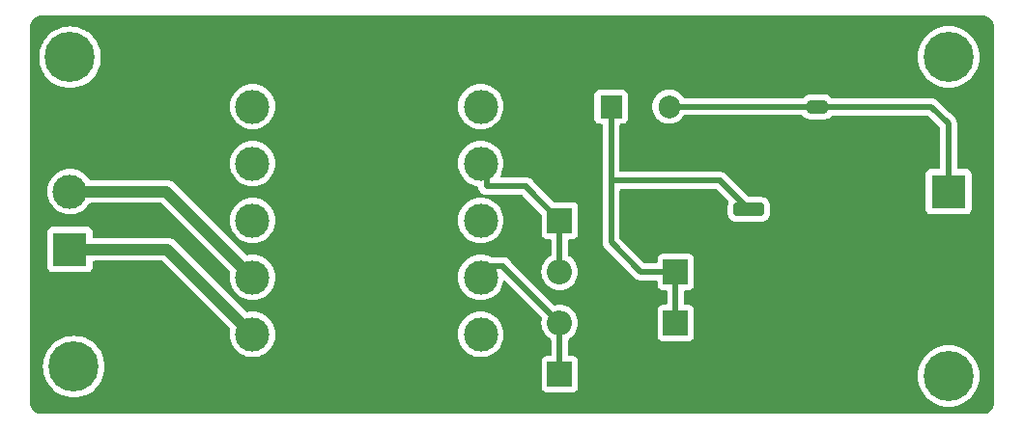
<source format=gbr>
%TF.GenerationSoftware,KiCad,Pcbnew,8.0.7*%
%TF.CreationDate,2025-08-07T00:01:01+05:30*%
%TF.ProjectId,Power_Supply,506f7765-725f-4537-9570-706c792e6b69,rev?*%
%TF.SameCoordinates,Original*%
%TF.FileFunction,Copper,L1,Top*%
%TF.FilePolarity,Positive*%
%FSLAX46Y46*%
G04 Gerber Fmt 4.6, Leading zero omitted, Abs format (unit mm)*
G04 Created by KiCad (PCBNEW 8.0.7) date 2025-08-07 00:01:01*
%MOMM*%
%LPD*%
G01*
G04 APERTURE LIST*
G04 Aperture macros list*
%AMRoundRect*
0 Rectangle with rounded corners*
0 $1 Rounding radius*
0 $2 $3 $4 $5 $6 $7 $8 $9 X,Y pos of 4 corners*
0 Add a 4 corners polygon primitive as box body*
4,1,4,$2,$3,$4,$5,$6,$7,$8,$9,$2,$3,0*
0 Add four circle primitives for the rounded corners*
1,1,$1+$1,$2,$3*
1,1,$1+$1,$4,$5*
1,1,$1+$1,$6,$7*
1,1,$1+$1,$8,$9*
0 Add four rect primitives between the rounded corners*
20,1,$1+$1,$2,$3,$4,$5,0*
20,1,$1+$1,$4,$5,$6,$7,0*
20,1,$1+$1,$6,$7,$8,$9,0*
20,1,$1+$1,$8,$9,$2,$3,0*%
G04 Aperture macros list end*
%TA.AperFunction,ComponentPad*%
%ADD10C,0.700000*%
%TD*%
%TA.AperFunction,ComponentPad*%
%ADD11C,4.400000*%
%TD*%
%TA.AperFunction,ComponentPad*%
%ADD12R,1.905000X2.000000*%
%TD*%
%TA.AperFunction,ComponentPad*%
%ADD13O,1.905000X2.000000*%
%TD*%
%TA.AperFunction,ComponentPad*%
%ADD14C,3.000000*%
%TD*%
%TA.AperFunction,ComponentPad*%
%ADD15R,3.000000X3.000000*%
%TD*%
%TA.AperFunction,ComponentPad*%
%ADD16R,2.200000X2.200000*%
%TD*%
%TA.AperFunction,ComponentPad*%
%ADD17O,2.200000X2.200000*%
%TD*%
%TA.AperFunction,SMDPad,CuDef*%
%ADD18RoundRect,0.250000X-0.650000X0.325000X-0.650000X-0.325000X0.650000X-0.325000X0.650000X0.325000X0*%
%TD*%
%TA.AperFunction,SMDPad,CuDef*%
%ADD19RoundRect,0.250000X-1.100000X0.325000X-1.100000X-0.325000X1.100000X-0.325000X1.100000X0.325000X0*%
%TD*%
%TA.AperFunction,Conductor*%
%ADD20C,0.500000*%
%TD*%
%TA.AperFunction,Conductor*%
%ADD21C,1.000000*%
%TD*%
G04 APERTURE END LIST*
D10*
%TO.P,H4,1,1*%
%TO.N,unconnected-(H4-Pad1)*%
X182150000Y-97166726D03*
%TO.N,unconnected-(H4-Pad1)_3*%
X181666726Y-98333452D03*
%TO.N,unconnected-(H4-Pad1)_2*%
X181666726Y-96000000D03*
%TO.N,unconnected-(H4-Pad1)_1*%
X180500000Y-98816726D03*
D11*
%TO.N,unconnected-(H4-Pad1)_4*%
X180500000Y-97166726D03*
D10*
%TO.N,unconnected-(H4-Pad1)_7*%
X180500000Y-95516726D03*
%TO.N,unconnected-(H4-Pad1)_6*%
X179333274Y-98333452D03*
%TO.N,unconnected-(H4-Pad1)_5*%
X179333274Y-96000000D03*
%TO.N,unconnected-(H4-Pad1)_8*%
X178850000Y-97166726D03*
%TD*%
%TO.P,H3,1,1*%
%TO.N,unconnected-(H3-Pad1)_4*%
X105483274Y-96333274D03*
%TO.N,unconnected-(H3-Pad1)_2*%
X105000000Y-97500000D03*
%TO.N,unconnected-(H3-Pad1)_7*%
X105000000Y-95166548D03*
%TO.N,unconnected-(H3-Pad1)_8*%
X103833274Y-97983274D03*
D11*
%TO.N,unconnected-(H3-Pad1)_6*%
X103833274Y-96333274D03*
D10*
%TO.N,unconnected-(H3-Pad1)_5*%
X103833274Y-94683274D03*
%TO.N,unconnected-(H3-Pad1)_3*%
X102666548Y-97500000D03*
%TO.N,unconnected-(H3-Pad1)_1*%
X102666548Y-95166548D03*
%TO.N,unconnected-(H3-Pad1)*%
X102183274Y-96333274D03*
%TD*%
%TO.P,H2,1,1*%
%TO.N,unconnected-(H2-Pad1)_6*%
X182150000Y-69150000D03*
%TO.N,unconnected-(H2-Pad1)*%
X181666726Y-70316726D03*
%TO.N,unconnected-(H2-Pad1)_2*%
X181666726Y-67983274D03*
%TO.N,unconnected-(H2-Pad1)_8*%
X180500000Y-70800000D03*
D11*
%TO.N,unconnected-(H2-Pad1)_3*%
X180500000Y-69150000D03*
D10*
%TO.N,unconnected-(H2-Pad1)_7*%
X180500000Y-67500000D03*
%TO.N,unconnected-(H2-Pad1)_5*%
X179333274Y-70316726D03*
%TO.N,unconnected-(H2-Pad1)_1*%
X179333274Y-67983274D03*
%TO.N,unconnected-(H2-Pad1)_4*%
X178850000Y-69150000D03*
%TD*%
%TO.P,H1,1,1*%
%TO.N,unconnected-(H1-Pad1)_6*%
X105150000Y-69166726D03*
%TO.N,unconnected-(H1-Pad1)_1*%
X104666726Y-70333452D03*
%TO.N,unconnected-(H1-Pad1)_5*%
X104666726Y-68000000D03*
%TO.N,unconnected-(H1-Pad1)_8*%
X103500000Y-70816726D03*
D11*
%TO.N,unconnected-(H1-Pad1)_4*%
X103500000Y-69166726D03*
D10*
%TO.N,unconnected-(H1-Pad1)*%
X103500000Y-67516726D03*
%TO.N,unconnected-(H1-Pad1)_7*%
X102333274Y-70333452D03*
%TO.N,unconnected-(H1-Pad1)_3*%
X102333274Y-68000000D03*
%TO.N,unconnected-(H1-Pad1)_2*%
X101850000Y-69166726D03*
%TD*%
D12*
%TO.P,U1,1,VI*%
%TO.N,Net-(D3-K)*%
X150920000Y-73500000D03*
D13*
%TO.P,U1,2,GND*%
%TO.N,GND*%
X153460000Y-73500000D03*
%TO.P,U1,3,VO*%
%TO.N,OUTPUT*%
X156000000Y-73500000D03*
%TD*%
D14*
%TO.P,T1,10*%
%TO.N,N/C*%
X139500000Y-93500000D03*
%TO.P,T1,9,SA*%
%TO.N,Net-(D2-K)*%
X139500000Y-88500000D03*
%TO.P,T1,8*%
%TO.N,N/C*%
X139500000Y-83500000D03*
%TO.P,T1,7,SB*%
%TO.N,Net-(D1-K)*%
X139500000Y-78500000D03*
%TO.P,T1,6*%
%TO.N,N/C*%
X139500000Y-73500000D03*
%TO.P,T1,5*%
X119500000Y-73500000D03*
%TO.P,T1,4*%
X119500000Y-78500000D03*
%TO.P,T1,3*%
X119500000Y-83500000D03*
%TO.P,T1,2,AB*%
%TO.N,Net-(J1-Pin_2)*%
X119500000Y-88500000D03*
%TO.P,T1,1,AA*%
%TO.N,INPUT*%
X119500000Y-93500000D03*
%TD*%
%TO.P,J2,2,Pin_2*%
%TO.N,GND*%
X180500000Y-86040000D03*
D15*
%TO.P,J2,1,Pin_1*%
%TO.N,OUTPUT*%
X180500000Y-80960000D03*
%TD*%
D14*
%TO.P,J1,2,Pin_2*%
%TO.N,Net-(J1-Pin_2)*%
X103500000Y-80960000D03*
D15*
%TO.P,J1,1,Pin_1*%
%TO.N,INPUT*%
X103500000Y-86040000D03*
%TD*%
D16*
%TO.P,D4,1,K*%
%TO.N,Net-(D3-K)*%
X156580000Y-92500000D03*
D17*
%TO.P,D4,2,A*%
%TO.N,Net-(D2-K)*%
X146420000Y-92500000D03*
%TD*%
D16*
%TO.P,D3,1,K*%
%TO.N,Net-(D3-K)*%
X156580000Y-88000000D03*
D17*
%TO.P,D3,2,A*%
%TO.N,Net-(D1-K)*%
X146420000Y-88000000D03*
%TD*%
D16*
%TO.P,D2,1,K*%
%TO.N,Net-(D2-K)*%
X146420000Y-97000000D03*
D17*
%TO.P,D2,2,A*%
%TO.N,GND*%
X156580000Y-97000000D03*
%TD*%
D16*
%TO.P,D1,1,K*%
%TO.N,Net-(D1-K)*%
X146420000Y-83500000D03*
D17*
%TO.P,D1,2,A*%
%TO.N,GND*%
X156580000Y-83500000D03*
%TD*%
D18*
%TO.P,C2,1*%
%TO.N,OUTPUT*%
X169000000Y-73525000D03*
%TO.P,C2,2*%
%TO.N,GND*%
X169000000Y-76475000D03*
%TD*%
D19*
%TO.P,C1,2*%
%TO.N,GND*%
X163000000Y-85475000D03*
%TO.P,C1,1*%
%TO.N,Net-(D3-K)*%
X163000000Y-82525000D03*
%TD*%
D20*
%TO.N,Net-(D2-K)*%
X140500000Y-87500000D02*
X139500000Y-88500000D01*
X141500000Y-87500000D02*
X140500000Y-87500000D01*
X141500000Y-87580000D02*
X141500000Y-87500000D01*
X146420000Y-92500000D02*
X141500000Y-87580000D01*
%TO.N,Net-(D1-K)*%
X140000000Y-80500000D02*
X140000000Y-79000000D01*
X143500000Y-80500000D02*
X140000000Y-80500000D01*
X143500000Y-80580000D02*
X143500000Y-80500000D01*
X146420000Y-83500000D02*
X143500000Y-80580000D01*
X140000000Y-79000000D02*
X139500000Y-78500000D01*
%TO.N,OUTPUT*%
X168975000Y-73500000D02*
X169000000Y-73525000D01*
X156000000Y-73500000D02*
X168975000Y-73500000D01*
%TO.N,Net-(D3-K)*%
X150920000Y-80000000D02*
X150920000Y-85420000D01*
X160500000Y-80000000D02*
X150920000Y-80000000D01*
X150920000Y-73500000D02*
X150920000Y-80000000D01*
X160500000Y-80025000D02*
X160500000Y-80000000D01*
X163000000Y-82525000D02*
X160500000Y-80025000D01*
X153500000Y-88000000D02*
X156580000Y-88000000D01*
X150920000Y-85420000D02*
X153500000Y-88000000D01*
%TO.N,GND*%
X159500000Y-88500000D02*
X163565000Y-88500000D01*
X159000000Y-88000000D02*
X159500000Y-88500000D01*
X163565000Y-88500000D02*
X163565000Y-86040000D01*
X163565000Y-90015000D02*
X163565000Y-88500000D01*
X159000000Y-84000000D02*
X159000000Y-88000000D01*
X158500000Y-83500000D02*
X159000000Y-84000000D01*
X156580000Y-83500000D02*
X158500000Y-83500000D01*
X156580000Y-97000000D02*
X163565000Y-90015000D01*
%TO.N,OUTPUT*%
X178975000Y-73525000D02*
X169000000Y-73525000D01*
X180500000Y-75000000D02*
X179000000Y-73500000D01*
X180500000Y-80960000D02*
X180500000Y-75000000D01*
X179000000Y-73500000D02*
X178975000Y-73525000D01*
%TO.N,GND*%
X169500000Y-86040000D02*
X169500000Y-79000000D01*
X169500000Y-79000000D02*
X169000000Y-78500000D01*
X169500000Y-86040000D02*
X163565000Y-86040000D01*
X180500000Y-86040000D02*
X169500000Y-86040000D01*
X163565000Y-86040000D02*
X163000000Y-85475000D01*
X158460000Y-78500000D02*
X169000000Y-78500000D01*
X169000000Y-78500000D02*
X169000000Y-76475000D01*
X153460000Y-73500000D02*
X158460000Y-78500000D01*
%TO.N,Net-(D3-K)*%
X156580000Y-88000000D02*
X156580000Y-92500000D01*
%TO.N,Net-(D2-K)*%
X146420000Y-97000000D02*
X146420000Y-92500000D01*
%TO.N,Net-(D1-K)*%
X146420000Y-83500000D02*
X146420000Y-88000000D01*
D21*
%TO.N,INPUT*%
X112040000Y-86040000D02*
X119500000Y-93500000D01*
X103500000Y-86040000D02*
X112040000Y-86040000D01*
%TO.N,Net-(J1-Pin_2)*%
X111960000Y-80960000D02*
X119500000Y-88500000D01*
X103500000Y-80960000D02*
X111960000Y-80960000D01*
%TD*%
%TA.AperFunction,Conductor*%
%TO.N,GND*%
G36*
X183505394Y-65500972D02*
G01*
X183535721Y-65503625D01*
X183662755Y-65514739D01*
X183684035Y-65518491D01*
X183801188Y-65549882D01*
X183831369Y-65557969D01*
X183851681Y-65565362D01*
X183989915Y-65629822D01*
X184008633Y-65640629D01*
X184133582Y-65728119D01*
X184150140Y-65742013D01*
X184257986Y-65849859D01*
X184271880Y-65866417D01*
X184359370Y-65991366D01*
X184370177Y-66010084D01*
X184434637Y-66148318D01*
X184442030Y-66168630D01*
X184481507Y-66315961D01*
X184485260Y-66337246D01*
X184499028Y-66494605D01*
X184499500Y-66505413D01*
X184499500Y-99494586D01*
X184499028Y-99505394D01*
X184485260Y-99662753D01*
X184481507Y-99684038D01*
X184442030Y-99831369D01*
X184434637Y-99851681D01*
X184370177Y-99989915D01*
X184359370Y-100008633D01*
X184271880Y-100133582D01*
X184257986Y-100150140D01*
X184150140Y-100257986D01*
X184133582Y-100271880D01*
X184008633Y-100359370D01*
X183989915Y-100370177D01*
X183851681Y-100434637D01*
X183831369Y-100442030D01*
X183684038Y-100481507D01*
X183662753Y-100485260D01*
X183505395Y-100499028D01*
X183494587Y-100499500D01*
X101005413Y-100499500D01*
X100994605Y-100499028D01*
X100837246Y-100485260D01*
X100815961Y-100481507D01*
X100668630Y-100442030D01*
X100648318Y-100434637D01*
X100510084Y-100370177D01*
X100491366Y-100359370D01*
X100366417Y-100271880D01*
X100349859Y-100257986D01*
X100242013Y-100150140D01*
X100228119Y-100133582D01*
X100140629Y-100008633D01*
X100129822Y-99989915D01*
X100065362Y-99851681D01*
X100057969Y-99831369D01*
X100047835Y-99793547D01*
X100018491Y-99684035D01*
X100014739Y-99662752D01*
X100000972Y-99505393D01*
X100000500Y-99494586D01*
X100000500Y-96333274D01*
X101127838Y-96333274D01*
X101147563Y-96659373D01*
X101206452Y-96980726D01*
X101303640Y-97292616D01*
X101303644Y-97292628D01*
X101303647Y-97292635D01*
X101437729Y-97590553D01*
X101572916Y-97814179D01*
X101606747Y-97870142D01*
X101808228Y-98127313D01*
X102039234Y-98358319D01*
X102296405Y-98559800D01*
X102296408Y-98559802D01*
X102296411Y-98559804D01*
X102575995Y-98728819D01*
X102873913Y-98862901D01*
X102873926Y-98862905D01*
X102873931Y-98862907D01*
X103185821Y-98960095D01*
X103507170Y-99018984D01*
X103833274Y-99038710D01*
X104159378Y-99018984D01*
X104480727Y-98960095D01*
X104792635Y-98862901D01*
X105090553Y-98728819D01*
X105370137Y-98559804D01*
X105627310Y-98358322D01*
X105858322Y-98127310D01*
X106059804Y-97870137D01*
X106228819Y-97590553D01*
X106362901Y-97292635D01*
X106460095Y-96980727D01*
X106518984Y-96659378D01*
X106538710Y-96333274D01*
X106518984Y-96007170D01*
X106460095Y-95685821D01*
X106397578Y-95485195D01*
X106362907Y-95373931D01*
X106362905Y-95373926D01*
X106362901Y-95373913D01*
X106228819Y-95075995D01*
X106059804Y-94796411D01*
X106059802Y-94796408D01*
X106059800Y-94796405D01*
X105858319Y-94539234D01*
X105627313Y-94308228D01*
X105370142Y-94106747D01*
X105266010Y-94043797D01*
X105090553Y-93937729D01*
X104792635Y-93803647D01*
X104792628Y-93803644D01*
X104792616Y-93803640D01*
X104480726Y-93706452D01*
X104159373Y-93647563D01*
X103833274Y-93627838D01*
X103507174Y-93647563D01*
X103185821Y-93706452D01*
X102873931Y-93803640D01*
X102873915Y-93803646D01*
X102873913Y-93803647D01*
X102787961Y-93842331D01*
X102575999Y-93937727D01*
X102575997Y-93937728D01*
X102296405Y-94106747D01*
X102039234Y-94308228D01*
X101808228Y-94539234D01*
X101606747Y-94796405D01*
X101519821Y-94940199D01*
X101437729Y-95075995D01*
X101304198Y-95372690D01*
X101303646Y-95373916D01*
X101303640Y-95373931D01*
X101206452Y-95685821D01*
X101147563Y-96007174D01*
X101127838Y-96333274D01*
X100000500Y-96333274D01*
X100000500Y-84492135D01*
X101499500Y-84492135D01*
X101499500Y-87587870D01*
X101499501Y-87587876D01*
X101505908Y-87647483D01*
X101556202Y-87782328D01*
X101556206Y-87782335D01*
X101642452Y-87897544D01*
X101642455Y-87897547D01*
X101757664Y-87983793D01*
X101757671Y-87983797D01*
X101892517Y-88034091D01*
X101892516Y-88034091D01*
X101899444Y-88034835D01*
X101952127Y-88040500D01*
X105047872Y-88040499D01*
X105107483Y-88034091D01*
X105242331Y-87983796D01*
X105357546Y-87897546D01*
X105443796Y-87782331D01*
X105494091Y-87647483D01*
X105500500Y-87587873D01*
X105500500Y-87164500D01*
X105520185Y-87097461D01*
X105572989Y-87051706D01*
X105624500Y-87040500D01*
X111574218Y-87040500D01*
X111641257Y-87060185D01*
X111661899Y-87076819D01*
X117517819Y-92932739D01*
X117551304Y-92994062D01*
X117551304Y-93046778D01*
X117514805Y-93214564D01*
X117514804Y-93214571D01*
X117494390Y-93499998D01*
X117494390Y-93500001D01*
X117514804Y-93785433D01*
X117575628Y-94065037D01*
X117575630Y-94065043D01*
X117575631Y-94065046D01*
X117675633Y-94333161D01*
X117675635Y-94333166D01*
X117812770Y-94584309D01*
X117812775Y-94584317D01*
X117984254Y-94813387D01*
X117984270Y-94813405D01*
X118186594Y-95015729D01*
X118186612Y-95015745D01*
X118415682Y-95187224D01*
X118415690Y-95187229D01*
X118666833Y-95324364D01*
X118666832Y-95324364D01*
X118666836Y-95324365D01*
X118666839Y-95324367D01*
X118934954Y-95424369D01*
X118934960Y-95424370D01*
X118934962Y-95424371D01*
X119214566Y-95485195D01*
X119214568Y-95485195D01*
X119214572Y-95485196D01*
X119468220Y-95503337D01*
X119499999Y-95505610D01*
X119500000Y-95505610D01*
X119500001Y-95505610D01*
X119528595Y-95503564D01*
X119785428Y-95485196D01*
X119918694Y-95456206D01*
X120065037Y-95424371D01*
X120065037Y-95424370D01*
X120065046Y-95424369D01*
X120333161Y-95324367D01*
X120584315Y-95187226D01*
X120813395Y-95015739D01*
X121015739Y-94813395D01*
X121187226Y-94584315D01*
X121324367Y-94333161D01*
X121424369Y-94065046D01*
X121452065Y-93937728D01*
X121485195Y-93785433D01*
X121485195Y-93785432D01*
X121485196Y-93785428D01*
X121505610Y-93500000D01*
X121505610Y-93499998D01*
X137494390Y-93499998D01*
X137494390Y-93500001D01*
X137514804Y-93785433D01*
X137575628Y-94065037D01*
X137575630Y-94065043D01*
X137575631Y-94065046D01*
X137675633Y-94333161D01*
X137675635Y-94333166D01*
X137812770Y-94584309D01*
X137812775Y-94584317D01*
X137984254Y-94813387D01*
X137984270Y-94813405D01*
X138186594Y-95015729D01*
X138186612Y-95015745D01*
X138415682Y-95187224D01*
X138415690Y-95187229D01*
X138666833Y-95324364D01*
X138666832Y-95324364D01*
X138666836Y-95324365D01*
X138666839Y-95324367D01*
X138934954Y-95424369D01*
X138934960Y-95424370D01*
X138934962Y-95424371D01*
X139214566Y-95485195D01*
X139214568Y-95485195D01*
X139214572Y-95485196D01*
X139468220Y-95503337D01*
X139499999Y-95505610D01*
X139500000Y-95505610D01*
X139500001Y-95505610D01*
X139528595Y-95503564D01*
X139785428Y-95485196D01*
X139918694Y-95456206D01*
X140065037Y-95424371D01*
X140065037Y-95424370D01*
X140065046Y-95424369D01*
X140333161Y-95324367D01*
X140584315Y-95187226D01*
X140813395Y-95015739D01*
X141015739Y-94813395D01*
X141187226Y-94584315D01*
X141324367Y-94333161D01*
X141424369Y-94065046D01*
X141452065Y-93937728D01*
X141485195Y-93785433D01*
X141485195Y-93785432D01*
X141485196Y-93785428D01*
X141505610Y-93500000D01*
X141485196Y-93214572D01*
X141485194Y-93214564D01*
X141424371Y-92934962D01*
X141424370Y-92934960D01*
X141424369Y-92934954D01*
X141324367Y-92666839D01*
X141187226Y-92415685D01*
X141062342Y-92248859D01*
X141015745Y-92186612D01*
X141015729Y-92186594D01*
X140813405Y-91984270D01*
X140813387Y-91984254D01*
X140584317Y-91812775D01*
X140584309Y-91812770D01*
X140333166Y-91675635D01*
X140333167Y-91675635D01*
X140225915Y-91635632D01*
X140065046Y-91575631D01*
X140065043Y-91575630D01*
X140065037Y-91575628D01*
X139785433Y-91514804D01*
X139500001Y-91494390D01*
X139499999Y-91494390D01*
X139214566Y-91514804D01*
X138934962Y-91575628D01*
X138666833Y-91675635D01*
X138415690Y-91812770D01*
X138415682Y-91812775D01*
X138186612Y-91984254D01*
X138186594Y-91984270D01*
X137984270Y-92186594D01*
X137984254Y-92186612D01*
X137812775Y-92415682D01*
X137812770Y-92415690D01*
X137675635Y-92666833D01*
X137575628Y-92934962D01*
X137514804Y-93214566D01*
X137494390Y-93499998D01*
X121505610Y-93499998D01*
X121485196Y-93214572D01*
X121485194Y-93214564D01*
X121424371Y-92934962D01*
X121424370Y-92934960D01*
X121424369Y-92934954D01*
X121324367Y-92666839D01*
X121187226Y-92415685D01*
X121062342Y-92248859D01*
X121015745Y-92186612D01*
X121015729Y-92186594D01*
X120813405Y-91984270D01*
X120813387Y-91984254D01*
X120584317Y-91812775D01*
X120584309Y-91812770D01*
X120333166Y-91675635D01*
X120333167Y-91675635D01*
X120225915Y-91635632D01*
X120065046Y-91575631D01*
X120065043Y-91575630D01*
X120065037Y-91575628D01*
X119785433Y-91514804D01*
X119500001Y-91494390D01*
X119499999Y-91494390D01*
X119214571Y-91514804D01*
X119214564Y-91514805D01*
X119046778Y-91551304D01*
X118977086Y-91546320D01*
X118932739Y-91517819D01*
X112821479Y-85406559D01*
X112821459Y-85406537D01*
X112677785Y-85262863D01*
X112677781Y-85262860D01*
X112513920Y-85153371D01*
X112513907Y-85153364D01*
X112370807Y-85094091D01*
X112370806Y-85094091D01*
X112331836Y-85077949D01*
X112331828Y-85077947D01*
X112235188Y-85058724D01*
X112138544Y-85039500D01*
X112138541Y-85039500D01*
X105624499Y-85039500D01*
X105557460Y-85019815D01*
X105511705Y-84967011D01*
X105500499Y-84915500D01*
X105500499Y-84492129D01*
X105500498Y-84492123D01*
X105500497Y-84492116D01*
X105494091Y-84432517D01*
X105443796Y-84297669D01*
X105443795Y-84297668D01*
X105443793Y-84297664D01*
X105357547Y-84182455D01*
X105357544Y-84182452D01*
X105242335Y-84096206D01*
X105242328Y-84096202D01*
X105107482Y-84045908D01*
X105107483Y-84045908D01*
X105047883Y-84039501D01*
X105047881Y-84039500D01*
X105047873Y-84039500D01*
X105047864Y-84039500D01*
X101952129Y-84039500D01*
X101952123Y-84039501D01*
X101892516Y-84045908D01*
X101757671Y-84096202D01*
X101757664Y-84096206D01*
X101642455Y-84182452D01*
X101642452Y-84182455D01*
X101556206Y-84297664D01*
X101556202Y-84297671D01*
X101505908Y-84432517D01*
X101499501Y-84492116D01*
X101499501Y-84492123D01*
X101499500Y-84492135D01*
X100000500Y-84492135D01*
X100000500Y-80959998D01*
X101494390Y-80959998D01*
X101494390Y-80960001D01*
X101514804Y-81245433D01*
X101575628Y-81525037D01*
X101575630Y-81525043D01*
X101575631Y-81525046D01*
X101675633Y-81793161D01*
X101675635Y-81793166D01*
X101812770Y-82044309D01*
X101812775Y-82044317D01*
X101984254Y-82273387D01*
X101984270Y-82273405D01*
X102186594Y-82475729D01*
X102186612Y-82475745D01*
X102415682Y-82647224D01*
X102415690Y-82647229D01*
X102666833Y-82784364D01*
X102666832Y-82784364D01*
X102666836Y-82784365D01*
X102666839Y-82784367D01*
X102934954Y-82884369D01*
X102934960Y-82884370D01*
X102934962Y-82884371D01*
X103214566Y-82945195D01*
X103214568Y-82945195D01*
X103214572Y-82945196D01*
X103468220Y-82963337D01*
X103499999Y-82965610D01*
X103500000Y-82965610D01*
X103500001Y-82965610D01*
X103528595Y-82963564D01*
X103785428Y-82945196D01*
X103975742Y-82903796D01*
X104065037Y-82884371D01*
X104065037Y-82884370D01*
X104065046Y-82884369D01*
X104333161Y-82784367D01*
X104584315Y-82647226D01*
X104813395Y-82475739D01*
X105015739Y-82273395D01*
X105187226Y-82044315D01*
X105197732Y-82025075D01*
X105247137Y-81975669D01*
X105306565Y-81960500D01*
X111494218Y-81960500D01*
X111561257Y-81980185D01*
X111581899Y-81996819D01*
X117517819Y-87932740D01*
X117551304Y-87994063D01*
X117551304Y-88046779D01*
X117514805Y-88214564D01*
X117514804Y-88214571D01*
X117494390Y-88499998D01*
X117494390Y-88500001D01*
X117514804Y-88785433D01*
X117575628Y-89065037D01*
X117575630Y-89065043D01*
X117575631Y-89065046D01*
X117662831Y-89298838D01*
X117675635Y-89333166D01*
X117812770Y-89584309D01*
X117812775Y-89584317D01*
X117984254Y-89813387D01*
X117984270Y-89813405D01*
X118186594Y-90015729D01*
X118186612Y-90015745D01*
X118415682Y-90187224D01*
X118415690Y-90187229D01*
X118666833Y-90324364D01*
X118666832Y-90324364D01*
X118666836Y-90324365D01*
X118666839Y-90324367D01*
X118934954Y-90424369D01*
X118934960Y-90424370D01*
X118934962Y-90424371D01*
X119214566Y-90485195D01*
X119214568Y-90485195D01*
X119214572Y-90485196D01*
X119468220Y-90503337D01*
X119499999Y-90505610D01*
X119500000Y-90505610D01*
X119500001Y-90505610D01*
X119528595Y-90503564D01*
X119785428Y-90485196D01*
X120065046Y-90424369D01*
X120333161Y-90324367D01*
X120584315Y-90187226D01*
X120813395Y-90015739D01*
X121015739Y-89813395D01*
X121187226Y-89584315D01*
X121324367Y-89333161D01*
X121424369Y-89065046D01*
X121485196Y-88785428D01*
X121505610Y-88500000D01*
X121505610Y-88499998D01*
X137494390Y-88499998D01*
X137494390Y-88500001D01*
X137514804Y-88785433D01*
X137575628Y-89065037D01*
X137575630Y-89065043D01*
X137575631Y-89065046D01*
X137662831Y-89298838D01*
X137675635Y-89333166D01*
X137812770Y-89584309D01*
X137812775Y-89584317D01*
X137984254Y-89813387D01*
X137984270Y-89813405D01*
X138186594Y-90015729D01*
X138186612Y-90015745D01*
X138415682Y-90187224D01*
X138415690Y-90187229D01*
X138666833Y-90324364D01*
X138666832Y-90324364D01*
X138666836Y-90324365D01*
X138666839Y-90324367D01*
X138934954Y-90424369D01*
X138934960Y-90424370D01*
X138934962Y-90424371D01*
X139214566Y-90485195D01*
X139214568Y-90485195D01*
X139214572Y-90485196D01*
X139468220Y-90503337D01*
X139499999Y-90505610D01*
X139500000Y-90505610D01*
X139500001Y-90505610D01*
X139528595Y-90503564D01*
X139785428Y-90485196D01*
X140065046Y-90424369D01*
X140333161Y-90324367D01*
X140584315Y-90187226D01*
X140813395Y-90015739D01*
X141015739Y-89813395D01*
X141187226Y-89584315D01*
X141324367Y-89333161D01*
X141424369Y-89065046D01*
X141465309Y-88876846D01*
X141498793Y-88815524D01*
X141560116Y-88782039D01*
X141629808Y-88787023D01*
X141674156Y-88815524D01*
X144838097Y-91979465D01*
X144871582Y-92040788D01*
X144870990Y-92096092D01*
X144834317Y-92248850D01*
X144834316Y-92248859D01*
X144814551Y-92499999D01*
X144834317Y-92751151D01*
X144893126Y-92996110D01*
X144989533Y-93228859D01*
X145121160Y-93443653D01*
X145121161Y-93443656D01*
X145121164Y-93443659D01*
X145284776Y-93635224D01*
X145476341Y-93798836D01*
X145610289Y-93880920D01*
X145657165Y-93932731D01*
X145669500Y-93986647D01*
X145669500Y-95275500D01*
X145649815Y-95342539D01*
X145597011Y-95388294D01*
X145545500Y-95399500D01*
X145272130Y-95399500D01*
X145272123Y-95399501D01*
X145212516Y-95405908D01*
X145077671Y-95456202D01*
X145077664Y-95456206D01*
X144962455Y-95542452D01*
X144962452Y-95542455D01*
X144876206Y-95657664D01*
X144876202Y-95657671D01*
X144825908Y-95792517D01*
X144819501Y-95852116D01*
X144819501Y-95852123D01*
X144819500Y-95852135D01*
X144819500Y-98147870D01*
X144819501Y-98147876D01*
X144825908Y-98207483D01*
X144876202Y-98342328D01*
X144876206Y-98342335D01*
X144962452Y-98457544D01*
X144962455Y-98457547D01*
X145077664Y-98543793D01*
X145077671Y-98543797D01*
X145212517Y-98594091D01*
X145212516Y-98594091D01*
X145219444Y-98594835D01*
X145272127Y-98600500D01*
X147567872Y-98600499D01*
X147627483Y-98594091D01*
X147762331Y-98543796D01*
X147877546Y-98457546D01*
X147963796Y-98342331D01*
X148014091Y-98207483D01*
X148020500Y-98147873D01*
X148020500Y-97166726D01*
X177794564Y-97166726D01*
X177814289Y-97492825D01*
X177873178Y-97814178D01*
X177970366Y-98126068D01*
X177970370Y-98126080D01*
X177970373Y-98126087D01*
X178104455Y-98424005D01*
X178268901Y-98696032D01*
X178273473Y-98703594D01*
X178474954Y-98960765D01*
X178705960Y-99191771D01*
X178963131Y-99393252D01*
X178963134Y-99393254D01*
X178963137Y-99393256D01*
X179242721Y-99562271D01*
X179540639Y-99696353D01*
X179540652Y-99696357D01*
X179540657Y-99696359D01*
X179852547Y-99793547D01*
X180173896Y-99852436D01*
X180500000Y-99872162D01*
X180826104Y-99852436D01*
X181147453Y-99793547D01*
X181459361Y-99696353D01*
X181757279Y-99562271D01*
X182036863Y-99393256D01*
X182294036Y-99191774D01*
X182525048Y-98960762D01*
X182726530Y-98703589D01*
X182895545Y-98424005D01*
X183029627Y-98126087D01*
X183126821Y-97814179D01*
X183185710Y-97492830D01*
X183205436Y-97166726D01*
X183185710Y-96840622D01*
X183126821Y-96519273D01*
X183029627Y-96207365D01*
X182895545Y-95909447D01*
X182726530Y-95629863D01*
X182726528Y-95629860D01*
X182726526Y-95629857D01*
X182525045Y-95372686D01*
X182294039Y-95141680D01*
X182036868Y-94940199D01*
X182029306Y-94935627D01*
X181757279Y-94771181D01*
X181459361Y-94637099D01*
X181459354Y-94637096D01*
X181459342Y-94637092D01*
X181147452Y-94539904D01*
X180826099Y-94481015D01*
X180500000Y-94461290D01*
X180173900Y-94481015D01*
X179852547Y-94539904D01*
X179540657Y-94637092D01*
X179540641Y-94637098D01*
X179540639Y-94637099D01*
X179350933Y-94722478D01*
X179242725Y-94771179D01*
X179242723Y-94771180D01*
X178963131Y-94940199D01*
X178705960Y-95141680D01*
X178474954Y-95372686D01*
X178273473Y-95629857D01*
X178104454Y-95909449D01*
X178104453Y-95909451D01*
X177970372Y-96207368D01*
X177970366Y-96207383D01*
X177873178Y-96519273D01*
X177814289Y-96840626D01*
X177794564Y-97166726D01*
X148020500Y-97166726D01*
X148020499Y-95852128D01*
X148014091Y-95792517D01*
X147963796Y-95657669D01*
X147963795Y-95657668D01*
X147963793Y-95657664D01*
X147877547Y-95542455D01*
X147877544Y-95542452D01*
X147762335Y-95456206D01*
X147762328Y-95456202D01*
X147627482Y-95405908D01*
X147627483Y-95405908D01*
X147567883Y-95399501D01*
X147567881Y-95399500D01*
X147567873Y-95399500D01*
X147567865Y-95399500D01*
X147294500Y-95399500D01*
X147227461Y-95379815D01*
X147181706Y-95327011D01*
X147170500Y-95275500D01*
X147170500Y-93986647D01*
X147190185Y-93919608D01*
X147229709Y-93880920D01*
X147363659Y-93798836D01*
X147555224Y-93635224D01*
X147718836Y-93443659D01*
X147850466Y-93228859D01*
X147946873Y-92996111D01*
X148005683Y-92751148D01*
X148025449Y-92500000D01*
X148005683Y-92248852D01*
X147946873Y-92003889D01*
X147936756Y-91979465D01*
X147850466Y-91771140D01*
X147718839Y-91556346D01*
X147718838Y-91556343D01*
X147665925Y-91494390D01*
X147555224Y-91364776D01*
X147428571Y-91256604D01*
X147363656Y-91201161D01*
X147363653Y-91201160D01*
X147148859Y-91069533D01*
X146916110Y-90973126D01*
X146671151Y-90914317D01*
X146482787Y-90899492D01*
X146420000Y-90894551D01*
X146419999Y-90894551D01*
X146168859Y-90914316D01*
X146168850Y-90914317D01*
X146016092Y-90950990D01*
X145946310Y-90947499D01*
X145899465Y-90918097D01*
X142210251Y-87228883D01*
X142183371Y-87188655D01*
X142165084Y-87144505D01*
X142119858Y-87076819D01*
X142082954Y-87021588D01*
X142082948Y-87021580D01*
X141978419Y-86917051D01*
X141978415Y-86917048D01*
X141855501Y-86834919D01*
X141855488Y-86834912D01*
X141718917Y-86778343D01*
X141718907Y-86778340D01*
X141573920Y-86749500D01*
X141573918Y-86749500D01*
X140500087Y-86749500D01*
X140440660Y-86734332D01*
X140333166Y-86675635D01*
X140333167Y-86675635D01*
X140084253Y-86582795D01*
X140065046Y-86575631D01*
X140065043Y-86575630D01*
X140065037Y-86575628D01*
X139785433Y-86514804D01*
X139500001Y-86494390D01*
X139499999Y-86494390D01*
X139214566Y-86514804D01*
X138934962Y-86575628D01*
X138666833Y-86675635D01*
X138415690Y-86812770D01*
X138415682Y-86812775D01*
X138186612Y-86984254D01*
X138186594Y-86984270D01*
X137984270Y-87186594D01*
X137984254Y-87186612D01*
X137812775Y-87415682D01*
X137812770Y-87415690D01*
X137675635Y-87666833D01*
X137575628Y-87934962D01*
X137514804Y-88214566D01*
X137494390Y-88499998D01*
X121505610Y-88499998D01*
X121485196Y-88214572D01*
X121485194Y-88214564D01*
X121424371Y-87934962D01*
X121424370Y-87934960D01*
X121424369Y-87934954D01*
X121324367Y-87666839D01*
X121313797Y-87647482D01*
X121187229Y-87415690D01*
X121187224Y-87415682D01*
X121015745Y-87186612D01*
X121015729Y-87186594D01*
X120813405Y-86984270D01*
X120813387Y-86984254D01*
X120584317Y-86812775D01*
X120584309Y-86812770D01*
X120333166Y-86675635D01*
X120333167Y-86675635D01*
X120084253Y-86582795D01*
X120065046Y-86575631D01*
X120065043Y-86575630D01*
X120065037Y-86575628D01*
X119785433Y-86514804D01*
X119500001Y-86494390D01*
X119499999Y-86494390D01*
X119214571Y-86514804D01*
X119214564Y-86514805D01*
X119046779Y-86551304D01*
X118977087Y-86546320D01*
X118932740Y-86517819D01*
X115914919Y-83499998D01*
X117494390Y-83499998D01*
X117494390Y-83500001D01*
X117514804Y-83785433D01*
X117575628Y-84065037D01*
X117575630Y-84065043D01*
X117575631Y-84065046D01*
X117662393Y-84297664D01*
X117675635Y-84333166D01*
X117812770Y-84584309D01*
X117812775Y-84584317D01*
X117984254Y-84813387D01*
X117984270Y-84813405D01*
X118186594Y-85015729D01*
X118186612Y-85015745D01*
X118415682Y-85187224D01*
X118415690Y-85187229D01*
X118666833Y-85324364D01*
X118666832Y-85324364D01*
X118666836Y-85324365D01*
X118666839Y-85324367D01*
X118934954Y-85424369D01*
X118934960Y-85424370D01*
X118934962Y-85424371D01*
X119214566Y-85485195D01*
X119214568Y-85485195D01*
X119214572Y-85485196D01*
X119468220Y-85503337D01*
X119499999Y-85505610D01*
X119500000Y-85505610D01*
X119500001Y-85505610D01*
X119528595Y-85503564D01*
X119785428Y-85485196D01*
X120065046Y-85424369D01*
X120333161Y-85324367D01*
X120584315Y-85187226D01*
X120813395Y-85015739D01*
X121015739Y-84813395D01*
X121187226Y-84584315D01*
X121324367Y-84333161D01*
X121424369Y-84065046D01*
X121485196Y-83785428D01*
X121505610Y-83500000D01*
X121505610Y-83499998D01*
X137494390Y-83499998D01*
X137494390Y-83500001D01*
X137514804Y-83785433D01*
X137575628Y-84065037D01*
X137575630Y-84065043D01*
X137575631Y-84065046D01*
X137662393Y-84297664D01*
X137675635Y-84333166D01*
X137812770Y-84584309D01*
X137812775Y-84584317D01*
X137984254Y-84813387D01*
X137984270Y-84813405D01*
X138186594Y-85015729D01*
X138186612Y-85015745D01*
X138415682Y-85187224D01*
X138415690Y-85187229D01*
X138666833Y-85324364D01*
X138666832Y-85324364D01*
X138666836Y-85324365D01*
X138666839Y-85324367D01*
X138934954Y-85424369D01*
X138934960Y-85424370D01*
X138934962Y-85424371D01*
X139214566Y-85485195D01*
X139214568Y-85485195D01*
X139214572Y-85485196D01*
X139468220Y-85503337D01*
X139499999Y-85505610D01*
X139500000Y-85505610D01*
X139500001Y-85505610D01*
X139528595Y-85503564D01*
X139785428Y-85485196D01*
X140065046Y-85424369D01*
X140333161Y-85324367D01*
X140584315Y-85187226D01*
X140813395Y-85015739D01*
X141015739Y-84813395D01*
X141187226Y-84584315D01*
X141324367Y-84333161D01*
X141424369Y-84065046D01*
X141485196Y-83785428D01*
X141505610Y-83500000D01*
X141485196Y-83214572D01*
X141475354Y-83169331D01*
X141424371Y-82934962D01*
X141424370Y-82934960D01*
X141424369Y-82934954D01*
X141324367Y-82666839D01*
X141313657Y-82647226D01*
X141187229Y-82415690D01*
X141187224Y-82415682D01*
X141015745Y-82186612D01*
X141015729Y-82186594D01*
X140813405Y-81984270D01*
X140813387Y-81984254D01*
X140584317Y-81812775D01*
X140584309Y-81812770D01*
X140333166Y-81675635D01*
X140333167Y-81675635D01*
X140149921Y-81607288D01*
X140065046Y-81575631D01*
X140065043Y-81575630D01*
X140065037Y-81575628D01*
X139785433Y-81514804D01*
X139500001Y-81494390D01*
X139499999Y-81494390D01*
X139214566Y-81514804D01*
X138934962Y-81575628D01*
X138666833Y-81675635D01*
X138415690Y-81812770D01*
X138415682Y-81812775D01*
X138186612Y-81984254D01*
X138186594Y-81984270D01*
X137984270Y-82186594D01*
X137984254Y-82186612D01*
X137812775Y-82415682D01*
X137812770Y-82415690D01*
X137675635Y-82666833D01*
X137575628Y-82934962D01*
X137514804Y-83214566D01*
X137494390Y-83499998D01*
X121505610Y-83499998D01*
X121485196Y-83214572D01*
X121475354Y-83169331D01*
X121424371Y-82934962D01*
X121424370Y-82934960D01*
X121424369Y-82934954D01*
X121324367Y-82666839D01*
X121313657Y-82647226D01*
X121187229Y-82415690D01*
X121187224Y-82415682D01*
X121015745Y-82186612D01*
X121015729Y-82186594D01*
X120813405Y-81984270D01*
X120813387Y-81984254D01*
X120584317Y-81812775D01*
X120584309Y-81812770D01*
X120333166Y-81675635D01*
X120333167Y-81675635D01*
X120149921Y-81607288D01*
X120065046Y-81575631D01*
X120065043Y-81575630D01*
X120065037Y-81575628D01*
X119785433Y-81514804D01*
X119500001Y-81494390D01*
X119499999Y-81494390D01*
X119214566Y-81514804D01*
X118934962Y-81575628D01*
X118666833Y-81675635D01*
X118415690Y-81812770D01*
X118415682Y-81812775D01*
X118186612Y-81984254D01*
X118186594Y-81984270D01*
X117984270Y-82186594D01*
X117984254Y-82186612D01*
X117812775Y-82415682D01*
X117812770Y-82415690D01*
X117675635Y-82666833D01*
X117575628Y-82934962D01*
X117514804Y-83214566D01*
X117494390Y-83499998D01*
X115914919Y-83499998D01*
X112744209Y-80329289D01*
X112744206Y-80329285D01*
X112744206Y-80329286D01*
X112737139Y-80322219D01*
X112737139Y-80322218D01*
X112597782Y-80182861D01*
X112597781Y-80182860D01*
X112597780Y-80182859D01*
X112433917Y-80073369D01*
X112294784Y-80015739D01*
X112294781Y-80015737D01*
X112251838Y-79997949D01*
X112251829Y-79997946D01*
X112155188Y-79978724D01*
X112058544Y-79959500D01*
X112058541Y-79959500D01*
X105306565Y-79959500D01*
X105239526Y-79939815D01*
X105197732Y-79894925D01*
X105187229Y-79875690D01*
X105187224Y-79875682D01*
X105015745Y-79646612D01*
X105015729Y-79646594D01*
X104813405Y-79444270D01*
X104813387Y-79444254D01*
X104584317Y-79272775D01*
X104584309Y-79272770D01*
X104333166Y-79135635D01*
X104333167Y-79135635D01*
X104143886Y-79065037D01*
X104065046Y-79035631D01*
X104065043Y-79035630D01*
X104065037Y-79035628D01*
X103785433Y-78974804D01*
X103500001Y-78954390D01*
X103499999Y-78954390D01*
X103214566Y-78974804D01*
X102934962Y-79035628D01*
X102666833Y-79135635D01*
X102415690Y-79272770D01*
X102415682Y-79272775D01*
X102186612Y-79444254D01*
X102186594Y-79444270D01*
X101984270Y-79646594D01*
X101984254Y-79646612D01*
X101812775Y-79875682D01*
X101812770Y-79875690D01*
X101675635Y-80126833D01*
X101575628Y-80394962D01*
X101514804Y-80674566D01*
X101494390Y-80959998D01*
X100000500Y-80959998D01*
X100000500Y-78499998D01*
X117494390Y-78499998D01*
X117494390Y-78500001D01*
X117514804Y-78785433D01*
X117575628Y-79065037D01*
X117575630Y-79065043D01*
X117575631Y-79065046D01*
X117637087Y-79229815D01*
X117675635Y-79333166D01*
X117812770Y-79584309D01*
X117812775Y-79584317D01*
X117984254Y-79813387D01*
X117984270Y-79813405D01*
X118186594Y-80015729D01*
X118186612Y-80015745D01*
X118415682Y-80187224D01*
X118415690Y-80187229D01*
X118666833Y-80324364D01*
X118666832Y-80324364D01*
X118666836Y-80324365D01*
X118666839Y-80324367D01*
X118934954Y-80424369D01*
X118934960Y-80424370D01*
X118934962Y-80424371D01*
X119214566Y-80485195D01*
X119214568Y-80485195D01*
X119214572Y-80485196D01*
X119468220Y-80503337D01*
X119499999Y-80505610D01*
X119500000Y-80505610D01*
X119500001Y-80505610D01*
X119528595Y-80503564D01*
X119785428Y-80485196D01*
X119846775Y-80471851D01*
X120065037Y-80424371D01*
X120065037Y-80424370D01*
X120065046Y-80424369D01*
X120333161Y-80324367D01*
X120584315Y-80187226D01*
X120813395Y-80015739D01*
X121015739Y-79813395D01*
X121187226Y-79584315D01*
X121324367Y-79333161D01*
X121424369Y-79065046D01*
X121430768Y-79035631D01*
X121485195Y-78785433D01*
X121485195Y-78785432D01*
X121485196Y-78785428D01*
X121505610Y-78500000D01*
X121505610Y-78499998D01*
X137494390Y-78499998D01*
X137494390Y-78500001D01*
X137514804Y-78785433D01*
X137575628Y-79065037D01*
X137575630Y-79065043D01*
X137575631Y-79065046D01*
X137637087Y-79229815D01*
X137675635Y-79333166D01*
X137812770Y-79584309D01*
X137812775Y-79584317D01*
X137984254Y-79813387D01*
X137984270Y-79813405D01*
X138186594Y-80015729D01*
X138186612Y-80015745D01*
X138415682Y-80187224D01*
X138415690Y-80187229D01*
X138666833Y-80324364D01*
X138666832Y-80324364D01*
X138666836Y-80324365D01*
X138666839Y-80324367D01*
X138934954Y-80424369D01*
X138934960Y-80424370D01*
X138934962Y-80424371D01*
X139046181Y-80448564D01*
X139153227Y-80471851D01*
X139214550Y-80505335D01*
X139248035Y-80566658D01*
X139248486Y-80568825D01*
X139278340Y-80718907D01*
X139278343Y-80718917D01*
X139334912Y-80855488D01*
X139334919Y-80855501D01*
X139417048Y-80978415D01*
X139417051Y-80978419D01*
X139521580Y-81082948D01*
X139521584Y-81082951D01*
X139644498Y-81165080D01*
X139644511Y-81165087D01*
X139781082Y-81221656D01*
X139781087Y-81221658D01*
X139781091Y-81221658D01*
X139781092Y-81221659D01*
X139926079Y-81250500D01*
X139926082Y-81250500D01*
X143057770Y-81250500D01*
X143124809Y-81270185D01*
X143145451Y-81286819D01*
X144783181Y-82924548D01*
X144816666Y-82985871D01*
X144819500Y-83012229D01*
X144819500Y-84647870D01*
X144819501Y-84647876D01*
X144825908Y-84707483D01*
X144876202Y-84842328D01*
X144876206Y-84842335D01*
X144962452Y-84957544D01*
X144962455Y-84957547D01*
X145077664Y-85043793D01*
X145077671Y-85043797D01*
X145115135Y-85057770D01*
X145212517Y-85094091D01*
X145272127Y-85100500D01*
X145545501Y-85100499D01*
X145612539Y-85120183D01*
X145658294Y-85172987D01*
X145669500Y-85224499D01*
X145669500Y-86513352D01*
X145649815Y-86580391D01*
X145610290Y-86619079D01*
X145476346Y-86701160D01*
X145476343Y-86701161D01*
X145284776Y-86864776D01*
X145121161Y-87056343D01*
X145121160Y-87056346D01*
X144989533Y-87271140D01*
X144893126Y-87503889D01*
X144834317Y-87748848D01*
X144814551Y-88000000D01*
X144834317Y-88251151D01*
X144893126Y-88496110D01*
X144989533Y-88728859D01*
X145121160Y-88943653D01*
X145121161Y-88943656D01*
X145121164Y-88943659D01*
X145284776Y-89135224D01*
X145433066Y-89261875D01*
X145476343Y-89298838D01*
X145476346Y-89298839D01*
X145691140Y-89430466D01*
X145923889Y-89526873D01*
X146168852Y-89585683D01*
X146420000Y-89605449D01*
X146671148Y-89585683D01*
X146916111Y-89526873D01*
X147148859Y-89430466D01*
X147363659Y-89298836D01*
X147555224Y-89135224D01*
X147718836Y-88943659D01*
X147850466Y-88728859D01*
X147946873Y-88496111D01*
X148005683Y-88251148D01*
X148025449Y-88000000D01*
X148005683Y-87748852D01*
X147946873Y-87503889D01*
X147850466Y-87271141D01*
X147850466Y-87271140D01*
X147718839Y-87056346D01*
X147718838Y-87056343D01*
X147681875Y-87013066D01*
X147555224Y-86864776D01*
X147402494Y-86734332D01*
X147363656Y-86701161D01*
X147363653Y-86701160D01*
X147229710Y-86619079D01*
X147182835Y-86567267D01*
X147170500Y-86513352D01*
X147170500Y-85224499D01*
X147190185Y-85157460D01*
X147242989Y-85111705D01*
X147294500Y-85100499D01*
X147567871Y-85100499D01*
X147567872Y-85100499D01*
X147627483Y-85094091D01*
X147762331Y-85043796D01*
X147877546Y-84957546D01*
X147963796Y-84842331D01*
X148014091Y-84707483D01*
X148020500Y-84647873D01*
X148020499Y-82352128D01*
X148014091Y-82292517D01*
X147974588Y-82186605D01*
X147963797Y-82157671D01*
X147963793Y-82157664D01*
X147877547Y-82042455D01*
X147877544Y-82042452D01*
X147762335Y-81956206D01*
X147762328Y-81956202D01*
X147627482Y-81905908D01*
X147627483Y-81905908D01*
X147567883Y-81899501D01*
X147567881Y-81899500D01*
X147567873Y-81899500D01*
X147567865Y-81899500D01*
X145932230Y-81899500D01*
X145865191Y-81879815D01*
X145844549Y-81863181D01*
X144210251Y-80228883D01*
X144183371Y-80188655D01*
X144165084Y-80144505D01*
X144082951Y-80021584D01*
X144082948Y-80021580D01*
X143978419Y-79917051D01*
X143978415Y-79917048D01*
X143855501Y-79834919D01*
X143855488Y-79834912D01*
X143718917Y-79778343D01*
X143718907Y-79778340D01*
X143573920Y-79749500D01*
X143573918Y-79749500D01*
X141306019Y-79749500D01*
X141238980Y-79729815D01*
X141193225Y-79677011D01*
X141183281Y-79607853D01*
X141197187Y-79566073D01*
X141263697Y-79444270D01*
X141324367Y-79333161D01*
X141424369Y-79065046D01*
X141430768Y-79035631D01*
X141485195Y-78785433D01*
X141485195Y-78785432D01*
X141485196Y-78785428D01*
X141505610Y-78500000D01*
X141485196Y-78214572D01*
X141424369Y-77934954D01*
X141324367Y-77666839D01*
X141187226Y-77415685D01*
X141187224Y-77415682D01*
X141015745Y-77186612D01*
X141015729Y-77186594D01*
X140813405Y-76984270D01*
X140813387Y-76984254D01*
X140584317Y-76812775D01*
X140584309Y-76812770D01*
X140333166Y-76675635D01*
X140333167Y-76675635D01*
X140225915Y-76635632D01*
X140065046Y-76575631D01*
X140065043Y-76575630D01*
X140065037Y-76575628D01*
X139785433Y-76514804D01*
X139500001Y-76494390D01*
X139499999Y-76494390D01*
X139214566Y-76514804D01*
X138934962Y-76575628D01*
X138666833Y-76675635D01*
X138415690Y-76812770D01*
X138415682Y-76812775D01*
X138186612Y-76984254D01*
X138186594Y-76984270D01*
X137984270Y-77186594D01*
X137984254Y-77186612D01*
X137812775Y-77415682D01*
X137812770Y-77415690D01*
X137675635Y-77666833D01*
X137575628Y-77934962D01*
X137514804Y-78214566D01*
X137494390Y-78499998D01*
X121505610Y-78499998D01*
X121485196Y-78214572D01*
X121424369Y-77934954D01*
X121324367Y-77666839D01*
X121187226Y-77415685D01*
X121187224Y-77415682D01*
X121015745Y-77186612D01*
X121015729Y-77186594D01*
X120813405Y-76984270D01*
X120813387Y-76984254D01*
X120584317Y-76812775D01*
X120584309Y-76812770D01*
X120333166Y-76675635D01*
X120333167Y-76675635D01*
X120225915Y-76635632D01*
X120065046Y-76575631D01*
X120065043Y-76575630D01*
X120065037Y-76575628D01*
X119785433Y-76514804D01*
X119500001Y-76494390D01*
X119499999Y-76494390D01*
X119214566Y-76514804D01*
X118934962Y-76575628D01*
X118666833Y-76675635D01*
X118415690Y-76812770D01*
X118415682Y-76812775D01*
X118186612Y-76984254D01*
X118186594Y-76984270D01*
X117984270Y-77186594D01*
X117984254Y-77186612D01*
X117812775Y-77415682D01*
X117812770Y-77415690D01*
X117675635Y-77666833D01*
X117575628Y-77934962D01*
X117514804Y-78214566D01*
X117494390Y-78499998D01*
X100000500Y-78499998D01*
X100000500Y-73499998D01*
X117494390Y-73499998D01*
X117494390Y-73500001D01*
X117514804Y-73785433D01*
X117575628Y-74065037D01*
X117575630Y-74065043D01*
X117575631Y-74065046D01*
X117656630Y-74282212D01*
X117675635Y-74333166D01*
X117812770Y-74584309D01*
X117812775Y-74584317D01*
X117984254Y-74813387D01*
X117984270Y-74813405D01*
X118186594Y-75015729D01*
X118186612Y-75015745D01*
X118415682Y-75187224D01*
X118415690Y-75187229D01*
X118666833Y-75324364D01*
X118666832Y-75324364D01*
X118666836Y-75324365D01*
X118666839Y-75324367D01*
X118934954Y-75424369D01*
X118934960Y-75424370D01*
X118934962Y-75424371D01*
X119214566Y-75485195D01*
X119214568Y-75485195D01*
X119214572Y-75485196D01*
X119468220Y-75503337D01*
X119499999Y-75505610D01*
X119500000Y-75505610D01*
X119500001Y-75505610D01*
X119528595Y-75503564D01*
X119785428Y-75485196D01*
X120065046Y-75424369D01*
X120333161Y-75324367D01*
X120584315Y-75187226D01*
X120813395Y-75015739D01*
X121015739Y-74813395D01*
X121187226Y-74584315D01*
X121324367Y-74333161D01*
X121424369Y-74065046D01*
X121424371Y-74065037D01*
X121485195Y-73785433D01*
X121485195Y-73785432D01*
X121485196Y-73785428D01*
X121505610Y-73500000D01*
X121505610Y-73499998D01*
X137494390Y-73499998D01*
X137494390Y-73500001D01*
X137514804Y-73785433D01*
X137575628Y-74065037D01*
X137575630Y-74065043D01*
X137575631Y-74065046D01*
X137656630Y-74282212D01*
X137675635Y-74333166D01*
X137812770Y-74584309D01*
X137812775Y-74584317D01*
X137984254Y-74813387D01*
X137984270Y-74813405D01*
X138186594Y-75015729D01*
X138186612Y-75015745D01*
X138415682Y-75187224D01*
X138415690Y-75187229D01*
X138666833Y-75324364D01*
X138666832Y-75324364D01*
X138666836Y-75324365D01*
X138666839Y-75324367D01*
X138934954Y-75424369D01*
X138934960Y-75424370D01*
X138934962Y-75424371D01*
X139214566Y-75485195D01*
X139214568Y-75485195D01*
X139214572Y-75485196D01*
X139468220Y-75503337D01*
X139499999Y-75505610D01*
X139500000Y-75505610D01*
X139500001Y-75505610D01*
X139528595Y-75503564D01*
X139785428Y-75485196D01*
X140065046Y-75424369D01*
X140333161Y-75324367D01*
X140584315Y-75187226D01*
X140813395Y-75015739D01*
X141015739Y-74813395D01*
X141187226Y-74584315D01*
X141324367Y-74333161D01*
X141424369Y-74065046D01*
X141424371Y-74065037D01*
X141485195Y-73785433D01*
X141485195Y-73785432D01*
X141485196Y-73785428D01*
X141505610Y-73500000D01*
X141485196Y-73214572D01*
X141462938Y-73112255D01*
X141424371Y-72934962D01*
X141424370Y-72934960D01*
X141424369Y-72934954D01*
X141324367Y-72666839D01*
X141241558Y-72515187D01*
X141207129Y-72452135D01*
X149467000Y-72452135D01*
X149467000Y-74547870D01*
X149467001Y-74547876D01*
X149473408Y-74607483D01*
X149523702Y-74742328D01*
X149523706Y-74742335D01*
X149609952Y-74857544D01*
X149609955Y-74857547D01*
X149725164Y-74943793D01*
X149725171Y-74943797D01*
X149770118Y-74960561D01*
X149860017Y-74994091D01*
X149919627Y-75000500D01*
X150045500Y-75000499D01*
X150112539Y-75020183D01*
X150158294Y-75072987D01*
X150169500Y-75124499D01*
X150169500Y-79926082D01*
X150169500Y-85493918D01*
X150169500Y-85493920D01*
X150169499Y-85493920D01*
X150198340Y-85638907D01*
X150198343Y-85638917D01*
X150254914Y-85775492D01*
X150287812Y-85824727D01*
X150287813Y-85824730D01*
X150337046Y-85898414D01*
X150337052Y-85898421D01*
X153021584Y-88582952D01*
X153021586Y-88582954D01*
X153051058Y-88602645D01*
X153095270Y-88632186D01*
X153144505Y-88665084D01*
X153144506Y-88665084D01*
X153144507Y-88665085D01*
X153144509Y-88665086D01*
X153281082Y-88721656D01*
X153281087Y-88721658D01*
X153281091Y-88721658D01*
X153281092Y-88721659D01*
X153426079Y-88750500D01*
X153426082Y-88750500D01*
X153426083Y-88750500D01*
X153573917Y-88750500D01*
X154855501Y-88750500D01*
X154922540Y-88770185D01*
X154968295Y-88822989D01*
X154979501Y-88874500D01*
X154979501Y-89147876D01*
X154985908Y-89207483D01*
X155036202Y-89342328D01*
X155036206Y-89342335D01*
X155122452Y-89457544D01*
X155122455Y-89457547D01*
X155237664Y-89543793D01*
X155237671Y-89543797D01*
X155282618Y-89560561D01*
X155372517Y-89594091D01*
X155432127Y-89600500D01*
X155705501Y-89600499D01*
X155772539Y-89620183D01*
X155818294Y-89672987D01*
X155829500Y-89724499D01*
X155829500Y-90775500D01*
X155809815Y-90842539D01*
X155757011Y-90888294D01*
X155705500Y-90899500D01*
X155432130Y-90899500D01*
X155432123Y-90899501D01*
X155372516Y-90905908D01*
X155237671Y-90956202D01*
X155237664Y-90956206D01*
X155122455Y-91042452D01*
X155122452Y-91042455D01*
X155036206Y-91157664D01*
X155036202Y-91157671D01*
X154985908Y-91292517D01*
X154979501Y-91352116D01*
X154979501Y-91352123D01*
X154979500Y-91352135D01*
X154979500Y-93647870D01*
X154979501Y-93647876D01*
X154985908Y-93707483D01*
X155036202Y-93842328D01*
X155036206Y-93842335D01*
X155122452Y-93957544D01*
X155122455Y-93957547D01*
X155237664Y-94043793D01*
X155237671Y-94043797D01*
X155372517Y-94094091D01*
X155372516Y-94094091D01*
X155379444Y-94094835D01*
X155432127Y-94100500D01*
X157727872Y-94100499D01*
X157787483Y-94094091D01*
X157922331Y-94043796D01*
X158037546Y-93957546D01*
X158123796Y-93842331D01*
X158174091Y-93707483D01*
X158180500Y-93647873D01*
X158180499Y-91352128D01*
X158174091Y-91292517D01*
X158140017Y-91201161D01*
X158123797Y-91157671D01*
X158123793Y-91157664D01*
X158037547Y-91042455D01*
X158037544Y-91042452D01*
X157922335Y-90956206D01*
X157922328Y-90956202D01*
X157787482Y-90905908D01*
X157787483Y-90905908D01*
X157727883Y-90899501D01*
X157727881Y-90899500D01*
X157727873Y-90899500D01*
X157727865Y-90899500D01*
X157454500Y-90899500D01*
X157387461Y-90879815D01*
X157341706Y-90827011D01*
X157330500Y-90775500D01*
X157330500Y-89724499D01*
X157350185Y-89657460D01*
X157402989Y-89611705D01*
X157454500Y-89600499D01*
X157727871Y-89600499D01*
X157727872Y-89600499D01*
X157787483Y-89594091D01*
X157922331Y-89543796D01*
X158037546Y-89457546D01*
X158123796Y-89342331D01*
X158174091Y-89207483D01*
X158180500Y-89147873D01*
X158180499Y-86852128D01*
X158174091Y-86792517D01*
X158168804Y-86778343D01*
X158123797Y-86657671D01*
X158123793Y-86657664D01*
X158037547Y-86542455D01*
X158037544Y-86542452D01*
X157922335Y-86456206D01*
X157922328Y-86456202D01*
X157787482Y-86405908D01*
X157787483Y-86405908D01*
X157727883Y-86399501D01*
X157727881Y-86399500D01*
X157727873Y-86399500D01*
X157727864Y-86399500D01*
X155432129Y-86399500D01*
X155432123Y-86399501D01*
X155372516Y-86405908D01*
X155237671Y-86456202D01*
X155237664Y-86456206D01*
X155122455Y-86542452D01*
X155122452Y-86542455D01*
X155036206Y-86657664D01*
X155036202Y-86657671D01*
X154985908Y-86792517D01*
X154981350Y-86834916D01*
X154979501Y-86852123D01*
X154979500Y-86852135D01*
X154979500Y-87125500D01*
X154959815Y-87192539D01*
X154907011Y-87238294D01*
X154855500Y-87249500D01*
X153862230Y-87249500D01*
X153795191Y-87229815D01*
X153774549Y-87213181D01*
X151706819Y-85145451D01*
X151673334Y-85084128D01*
X151670500Y-85057770D01*
X151670500Y-80874500D01*
X151690185Y-80807461D01*
X151742989Y-80761706D01*
X151794500Y-80750500D01*
X160112770Y-80750500D01*
X160179809Y-80770185D01*
X160200451Y-80786819D01*
X161180793Y-81767161D01*
X161214278Y-81828484D01*
X161210818Y-81893845D01*
X161160001Y-82047200D01*
X161160000Y-82047204D01*
X161149500Y-82149983D01*
X161149500Y-82900001D01*
X161149501Y-82900019D01*
X161160000Y-83002796D01*
X161160001Y-83002799D01*
X161163126Y-83012229D01*
X161215186Y-83169334D01*
X161307288Y-83318656D01*
X161431344Y-83442712D01*
X161580666Y-83534814D01*
X161747203Y-83589999D01*
X161849991Y-83600500D01*
X164150008Y-83600499D01*
X164252797Y-83589999D01*
X164419334Y-83534814D01*
X164568656Y-83442712D01*
X164692712Y-83318656D01*
X164784814Y-83169334D01*
X164839999Y-83002797D01*
X164850500Y-82900009D01*
X164850499Y-82149992D01*
X164839999Y-82047203D01*
X164784814Y-81880666D01*
X164692712Y-81731344D01*
X164568656Y-81607288D01*
X164419334Y-81515186D01*
X164252797Y-81460001D01*
X164252795Y-81460000D01*
X164150016Y-81449500D01*
X164150009Y-81449500D01*
X163037230Y-81449500D01*
X162970191Y-81429815D01*
X162949549Y-81413181D01*
X161141925Y-79605557D01*
X161126503Y-79586765D01*
X161124867Y-79584317D01*
X161082951Y-79521584D01*
X161082948Y-79521580D01*
X160978419Y-79417051D01*
X160978415Y-79417048D01*
X160855501Y-79334919D01*
X160855488Y-79334912D01*
X160718917Y-79278343D01*
X160718907Y-79278340D01*
X160573920Y-79249500D01*
X160573918Y-79249500D01*
X151794500Y-79249500D01*
X151727461Y-79229815D01*
X151681706Y-79177011D01*
X151670500Y-79125500D01*
X151670500Y-75124499D01*
X151690185Y-75057460D01*
X151742989Y-75011705D01*
X151794500Y-75000499D01*
X151920371Y-75000499D01*
X151920372Y-75000499D01*
X151979983Y-74994091D01*
X152114831Y-74943796D01*
X152230046Y-74857546D01*
X152316296Y-74742331D01*
X152366591Y-74607483D01*
X152373000Y-74547873D01*
X152372999Y-73338146D01*
X154547000Y-73338146D01*
X154547000Y-73661853D01*
X154582778Y-73887746D01*
X154582778Y-73887749D01*
X154653450Y-74105255D01*
X154743614Y-74282212D01*
X154757283Y-74309038D01*
X154891714Y-74494066D01*
X155053434Y-74655786D01*
X155238462Y-74790217D01*
X155370599Y-74857544D01*
X155442244Y-74894049D01*
X155659751Y-74964721D01*
X155659752Y-74964721D01*
X155659755Y-74964722D01*
X155885646Y-75000500D01*
X155885647Y-75000500D01*
X156114353Y-75000500D01*
X156114354Y-75000500D01*
X156340245Y-74964722D01*
X156340248Y-74964721D01*
X156340249Y-74964721D01*
X156557755Y-74894049D01*
X156557755Y-74894048D01*
X156557758Y-74894048D01*
X156761538Y-74790217D01*
X156946566Y-74655786D01*
X157108286Y-74494066D01*
X157242717Y-74309038D01*
X157242717Y-74309037D01*
X157245581Y-74305096D01*
X157246591Y-74305830D01*
X157294123Y-74262832D01*
X157348033Y-74250500D01*
X167646042Y-74250500D01*
X167713081Y-74270185D01*
X167751580Y-74309402D01*
X167757288Y-74318656D01*
X167881344Y-74442712D01*
X168030666Y-74534814D01*
X168197203Y-74589999D01*
X168299991Y-74600500D01*
X169700008Y-74600499D01*
X169802797Y-74589999D01*
X169969334Y-74534814D01*
X170118656Y-74442712D01*
X170242712Y-74318656D01*
X170242712Y-74318655D01*
X170247819Y-74313549D01*
X170249705Y-74315435D01*
X170296625Y-74282212D01*
X170336868Y-74275500D01*
X178662770Y-74275500D01*
X178729809Y-74295185D01*
X178750451Y-74311819D01*
X179713181Y-75274548D01*
X179746666Y-75335871D01*
X179749500Y-75362229D01*
X179749500Y-78835500D01*
X179729815Y-78902539D01*
X179677011Y-78948294D01*
X179625500Y-78959500D01*
X178952129Y-78959500D01*
X178952123Y-78959501D01*
X178892516Y-78965908D01*
X178757671Y-79016202D01*
X178757664Y-79016206D01*
X178642455Y-79102452D01*
X178642452Y-79102455D01*
X178556206Y-79217664D01*
X178556202Y-79217671D01*
X178505908Y-79352517D01*
X178499501Y-79412116D01*
X178499501Y-79412123D01*
X178499500Y-79412135D01*
X178499500Y-82507870D01*
X178499501Y-82507876D01*
X178505908Y-82567483D01*
X178556202Y-82702328D01*
X178556206Y-82702335D01*
X178642452Y-82817544D01*
X178642455Y-82817547D01*
X178757664Y-82903793D01*
X178757671Y-82903797D01*
X178892517Y-82954091D01*
X178892516Y-82954091D01*
X178899444Y-82954835D01*
X178952127Y-82960500D01*
X182047872Y-82960499D01*
X182107483Y-82954091D01*
X182242331Y-82903796D01*
X182357546Y-82817546D01*
X182443796Y-82702331D01*
X182494091Y-82567483D01*
X182500500Y-82507873D01*
X182500499Y-79412128D01*
X182494091Y-79352517D01*
X182487527Y-79334919D01*
X182443797Y-79217671D01*
X182443793Y-79217664D01*
X182357547Y-79102455D01*
X182357544Y-79102452D01*
X182242335Y-79016206D01*
X182242328Y-79016202D01*
X182107482Y-78965908D01*
X182107483Y-78965908D01*
X182047883Y-78959501D01*
X182047881Y-78959500D01*
X182047873Y-78959500D01*
X182047865Y-78959500D01*
X181374500Y-78959500D01*
X181307461Y-78939815D01*
X181261706Y-78887011D01*
X181250500Y-78835500D01*
X181250500Y-74926079D01*
X181221659Y-74781092D01*
X181221658Y-74781091D01*
X181221658Y-74781087D01*
X181221656Y-74781082D01*
X181165087Y-74644511D01*
X181165080Y-74644498D01*
X181082952Y-74521585D01*
X181055433Y-74494066D01*
X180978416Y-74417049D01*
X180626404Y-74065037D01*
X179478421Y-72917052D01*
X179478417Y-72917049D01*
X179478416Y-72917048D01*
X179355494Y-72834916D01*
X179355492Y-72834915D01*
X179355490Y-72834914D01*
X179218912Y-72778342D01*
X179218906Y-72778340D01*
X179073919Y-72749500D01*
X179073917Y-72749500D01*
X178926082Y-72749500D01*
X178926080Y-72749500D01*
X178812382Y-72772117D01*
X178788190Y-72774500D01*
X170336868Y-72774500D01*
X170269829Y-72754815D01*
X170248653Y-72735616D01*
X170247819Y-72736451D01*
X170118657Y-72607289D01*
X170118656Y-72607288D01*
X169969334Y-72515186D01*
X169802797Y-72460001D01*
X169802795Y-72460000D01*
X169700010Y-72449500D01*
X168299998Y-72449500D01*
X168299981Y-72449501D01*
X168197203Y-72460000D01*
X168197200Y-72460001D01*
X168030668Y-72515185D01*
X168030663Y-72515187D01*
X167881345Y-72607287D01*
X167775450Y-72713182D01*
X167714127Y-72746666D01*
X167687769Y-72749500D01*
X157348033Y-72749500D01*
X157280994Y-72729815D01*
X157246305Y-72694377D01*
X157245581Y-72694904D01*
X157242716Y-72690961D01*
X157108286Y-72505934D01*
X156946566Y-72344214D01*
X156761538Y-72209783D01*
X156557755Y-72105950D01*
X156340248Y-72035278D01*
X156154812Y-72005908D01*
X156114354Y-71999500D01*
X155885646Y-71999500D01*
X155845188Y-72005908D01*
X155659753Y-72035278D01*
X155659750Y-72035278D01*
X155442244Y-72105950D01*
X155238461Y-72209783D01*
X155172550Y-72257671D01*
X155053434Y-72344214D01*
X155053432Y-72344216D01*
X155053431Y-72344216D01*
X154891716Y-72505931D01*
X154891716Y-72505932D01*
X154891714Y-72505934D01*
X154833980Y-72585396D01*
X154757283Y-72690961D01*
X154653450Y-72894744D01*
X154582778Y-73112250D01*
X154582778Y-73112253D01*
X154547000Y-73338146D01*
X152372999Y-73338146D01*
X152372999Y-72452128D01*
X152366591Y-72392517D01*
X152316296Y-72257669D01*
X152316295Y-72257668D01*
X152316293Y-72257664D01*
X152230047Y-72142455D01*
X152230044Y-72142452D01*
X152114835Y-72056206D01*
X152114828Y-72056202D01*
X151979982Y-72005908D01*
X151979983Y-72005908D01*
X151920383Y-71999501D01*
X151920381Y-71999500D01*
X151920373Y-71999500D01*
X151920364Y-71999500D01*
X149919629Y-71999500D01*
X149919623Y-71999501D01*
X149860016Y-72005908D01*
X149725171Y-72056202D01*
X149725164Y-72056206D01*
X149609955Y-72142452D01*
X149609952Y-72142455D01*
X149523706Y-72257664D01*
X149523702Y-72257671D01*
X149473408Y-72392517D01*
X149467282Y-72449500D01*
X149467001Y-72452123D01*
X149467000Y-72452135D01*
X141207129Y-72452135D01*
X141187229Y-72415690D01*
X141187224Y-72415682D01*
X141015745Y-72186612D01*
X141015729Y-72186594D01*
X140813405Y-71984270D01*
X140813387Y-71984254D01*
X140584317Y-71812775D01*
X140584309Y-71812770D01*
X140333166Y-71675635D01*
X140333167Y-71675635D01*
X140225915Y-71635632D01*
X140065046Y-71575631D01*
X140065043Y-71575630D01*
X140065037Y-71575628D01*
X139785433Y-71514804D01*
X139500001Y-71494390D01*
X139499999Y-71494390D01*
X139214566Y-71514804D01*
X138934962Y-71575628D01*
X138666833Y-71675635D01*
X138415690Y-71812770D01*
X138415682Y-71812775D01*
X138186612Y-71984254D01*
X138186594Y-71984270D01*
X137984270Y-72186594D01*
X137984254Y-72186612D01*
X137812775Y-72415682D01*
X137812770Y-72415690D01*
X137675635Y-72666833D01*
X137575628Y-72934962D01*
X137514804Y-73214566D01*
X137494390Y-73499998D01*
X121505610Y-73499998D01*
X121485196Y-73214572D01*
X121462938Y-73112255D01*
X121424371Y-72934962D01*
X121424370Y-72934960D01*
X121424369Y-72934954D01*
X121324367Y-72666839D01*
X121241558Y-72515187D01*
X121187229Y-72415690D01*
X121187224Y-72415682D01*
X121015745Y-72186612D01*
X121015729Y-72186594D01*
X120813405Y-71984270D01*
X120813387Y-71984254D01*
X120584317Y-71812775D01*
X120584309Y-71812770D01*
X120333166Y-71675635D01*
X120333167Y-71675635D01*
X120225915Y-71635632D01*
X120065046Y-71575631D01*
X120065043Y-71575630D01*
X120065037Y-71575628D01*
X119785433Y-71514804D01*
X119500001Y-71494390D01*
X119499999Y-71494390D01*
X119214566Y-71514804D01*
X118934962Y-71575628D01*
X118666833Y-71675635D01*
X118415690Y-71812770D01*
X118415682Y-71812775D01*
X118186612Y-71984254D01*
X118186594Y-71984270D01*
X117984270Y-72186594D01*
X117984254Y-72186612D01*
X117812775Y-72415682D01*
X117812770Y-72415690D01*
X117675635Y-72666833D01*
X117575628Y-72934962D01*
X117514804Y-73214566D01*
X117494390Y-73499998D01*
X100000500Y-73499998D01*
X100000500Y-69166726D01*
X100794564Y-69166726D01*
X100814289Y-69492825D01*
X100873178Y-69814178D01*
X100970366Y-70126068D01*
X100970370Y-70126080D01*
X100970373Y-70126087D01*
X101104455Y-70424005D01*
X101263359Y-70686863D01*
X101273473Y-70703594D01*
X101474954Y-70960765D01*
X101705960Y-71191771D01*
X101963131Y-71393252D01*
X101963134Y-71393254D01*
X101963137Y-71393256D01*
X102242721Y-71562271D01*
X102540639Y-71696353D01*
X102540652Y-71696357D01*
X102540657Y-71696359D01*
X102798871Y-71776821D01*
X102852547Y-71793547D01*
X103173896Y-71852436D01*
X103500000Y-71872162D01*
X103826104Y-71852436D01*
X104147453Y-71793547D01*
X104459361Y-71696353D01*
X104757279Y-71562271D01*
X105036863Y-71393256D01*
X105294036Y-71191774D01*
X105525048Y-70960762D01*
X105726530Y-70703589D01*
X105895545Y-70424005D01*
X106029627Y-70126087D01*
X106126821Y-69814179D01*
X106185710Y-69492830D01*
X106205436Y-69166726D01*
X106204424Y-69150000D01*
X177794564Y-69150000D01*
X177814289Y-69476099D01*
X177873178Y-69797452D01*
X177970366Y-70109342D01*
X177970370Y-70109354D01*
X177970373Y-70109361D01*
X178104455Y-70407279D01*
X178268901Y-70679306D01*
X178273473Y-70686868D01*
X178474954Y-70944039D01*
X178705960Y-71175045D01*
X178963131Y-71376526D01*
X178963134Y-71376528D01*
X178963137Y-71376530D01*
X179242721Y-71545545D01*
X179540639Y-71679627D01*
X179540652Y-71679631D01*
X179540657Y-71679633D01*
X179852547Y-71776821D01*
X180173896Y-71835710D01*
X180500000Y-71855436D01*
X180826104Y-71835710D01*
X181147453Y-71776821D01*
X181459361Y-71679627D01*
X181757279Y-71545545D01*
X182036863Y-71376530D01*
X182294036Y-71175048D01*
X182525048Y-70944036D01*
X182726530Y-70686863D01*
X182895545Y-70407279D01*
X183029627Y-70109361D01*
X183126821Y-69797453D01*
X183185710Y-69476104D01*
X183205436Y-69150000D01*
X183185710Y-68823896D01*
X183126821Y-68502547D01*
X183029627Y-68190639D01*
X182895545Y-67892721D01*
X182726530Y-67613137D01*
X182726528Y-67613134D01*
X182726526Y-67613131D01*
X182525045Y-67355960D01*
X182294039Y-67124954D01*
X182036868Y-66923473D01*
X182029306Y-66918901D01*
X181757279Y-66754455D01*
X181459361Y-66620373D01*
X181459354Y-66620370D01*
X181459342Y-66620366D01*
X181147452Y-66523178D01*
X180826099Y-66464289D01*
X180500000Y-66444564D01*
X180173900Y-66464289D01*
X179852547Y-66523178D01*
X179540657Y-66620366D01*
X179540641Y-66620372D01*
X179540639Y-66620373D01*
X179350933Y-66705752D01*
X179242725Y-66754453D01*
X179242723Y-66754454D01*
X178963131Y-66923473D01*
X178705960Y-67124954D01*
X178474954Y-67355960D01*
X178273473Y-67613131D01*
X178104454Y-67892723D01*
X178104453Y-67892725D01*
X177970372Y-68190642D01*
X177970366Y-68190657D01*
X177873178Y-68502547D01*
X177814289Y-68823900D01*
X177794564Y-69150000D01*
X106204424Y-69150000D01*
X106185710Y-68840622D01*
X106126821Y-68519273D01*
X106029627Y-68207365D01*
X105895545Y-67909447D01*
X105726530Y-67629863D01*
X105726528Y-67629860D01*
X105726526Y-67629857D01*
X105525045Y-67372686D01*
X105294039Y-67141680D01*
X105036868Y-66940199D01*
X105009195Y-66923470D01*
X104757279Y-66771181D01*
X104459361Y-66637099D01*
X104459354Y-66637096D01*
X104459342Y-66637092D01*
X104147452Y-66539904D01*
X103826099Y-66481015D01*
X103500000Y-66461290D01*
X103173900Y-66481015D01*
X102852547Y-66539904D01*
X102540657Y-66637092D01*
X102540641Y-66637098D01*
X102540639Y-66637099D01*
X102350933Y-66722478D01*
X102242725Y-66771179D01*
X102242723Y-66771180D01*
X101963131Y-66940199D01*
X101705960Y-67141680D01*
X101474954Y-67372686D01*
X101273473Y-67629857D01*
X101146708Y-67839551D01*
X101104455Y-67909447D01*
X100977900Y-68190642D01*
X100970372Y-68207368D01*
X100970366Y-68207383D01*
X100873178Y-68519273D01*
X100814289Y-68840626D01*
X100794564Y-69166726D01*
X100000500Y-69166726D01*
X100000500Y-66505413D01*
X100000972Y-66494606D01*
X100006265Y-66434108D01*
X100014739Y-66337242D01*
X100018490Y-66315966D01*
X100057969Y-66168627D01*
X100065362Y-66148318D01*
X100129823Y-66010081D01*
X100140629Y-65991366D01*
X100228119Y-65866417D01*
X100242007Y-65849865D01*
X100349865Y-65742007D01*
X100366417Y-65728119D01*
X100491366Y-65640629D01*
X100510081Y-65629823D01*
X100648320Y-65565361D01*
X100668627Y-65557969D01*
X100815966Y-65518490D01*
X100837242Y-65514739D01*
X100969885Y-65503134D01*
X100994606Y-65500972D01*
X101005413Y-65500500D01*
X101065892Y-65500500D01*
X183434108Y-65500500D01*
X183494587Y-65500500D01*
X183505394Y-65500972D01*
G37*
%TD.AperFunction*%
%TD*%
M02*

</source>
